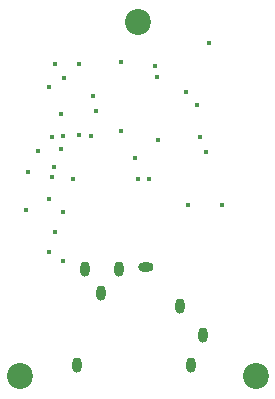
<source format=gbr>
%TF.GenerationSoftware,Altium Limited,Altium Designer,22.5.1 (42)*%
G04 Layer_Color=0*
%FSLAX45Y45*%
%MOMM*%
%TF.SameCoordinates,A79CAE12-DCBF-455A-9705-E792248E02F7*%
%TF.FilePolarity,Positive*%
%TF.FileFunction,Plated,1,2,PTH,Drill*%
%TF.Part,Single*%
G01*
G75*
%TA.AperFunction,ComponentDrill*%
%ADD79O,0.80000X1.30000*%
%ADD80O,1.30000X0.80000*%
%TA.AperFunction,OtherDrill,Pad Free-0 (10mm,-30mm)*%
%ADD81C,2.20000*%
%TA.AperFunction,OtherDrill,Pad Free-0 (-10mm,-30mm)*%
%ADD82C,2.20000*%
%TA.AperFunction,OtherDrill,Pad Free-0 (0mm,0mm)*%
%ADD83C,2.20000*%
%TA.AperFunction,ViaDrill,NotFilled*%
%ADD84C,0.40000*%
D79*
X549999Y-2650000D02*
D03*
X-510001Y-2900000D02*
D03*
X-450001Y-2089999D02*
D03*
X-310001Y-2290000D02*
D03*
X450000Y-2900001D02*
D03*
X-160000Y-2090000D02*
D03*
X359999Y-2400001D02*
D03*
D80*
X70000Y-2070000D02*
D03*
D81*
X1000000Y-3000000D02*
D03*
D82*
X-1000000D02*
D03*
D83*
X0Y0D02*
D03*
D84*
X-625000Y-475000D02*
D03*
X-726340Y-1312949D02*
D03*
X-929997Y-1269991D02*
D03*
X525000Y-975000D02*
D03*
X-497500Y-955252D02*
D03*
X-550000Y-1325000D02*
D03*
X-941987Y-1592548D02*
D03*
X-839956Y-1093817D02*
D03*
X600000Y-175000D02*
D03*
X500000Y-700000D02*
D03*
X575000Y-1100000D02*
D03*
X0Y-1325000D02*
D03*
X100000D02*
D03*
X-633954Y-2019429D02*
D03*
X-633451Y-1605708D02*
D03*
X-393705Y-963510D02*
D03*
X-628410Y-961404D02*
D03*
X-725000Y-975000D02*
D03*
X-750000Y-550000D02*
D03*
X150000Y-375000D02*
D03*
X164762Y-461822D02*
D03*
X-375000Y-625000D02*
D03*
X-350000Y-750000D02*
D03*
X-650000Y-1075000D02*
D03*
Y-775000D02*
D03*
X-707286Y-1222286D02*
D03*
X425000Y-1550000D02*
D03*
X711360Y-1550000D02*
D03*
X-139860Y-337666D02*
D03*
X-25000Y-1150000D02*
D03*
X-139860Y-917581D02*
D03*
X175000Y-1000000D02*
D03*
X-750000Y-1500000D02*
D03*
Y-1950000D02*
D03*
X-700000Y-1775000D02*
D03*
Y-350000D02*
D03*
X-500000D02*
D03*
X409999Y-588834D02*
D03*
%TF.MD5,61a3584e6c8fc17f5206f32c513befe3*%
M02*

</source>
